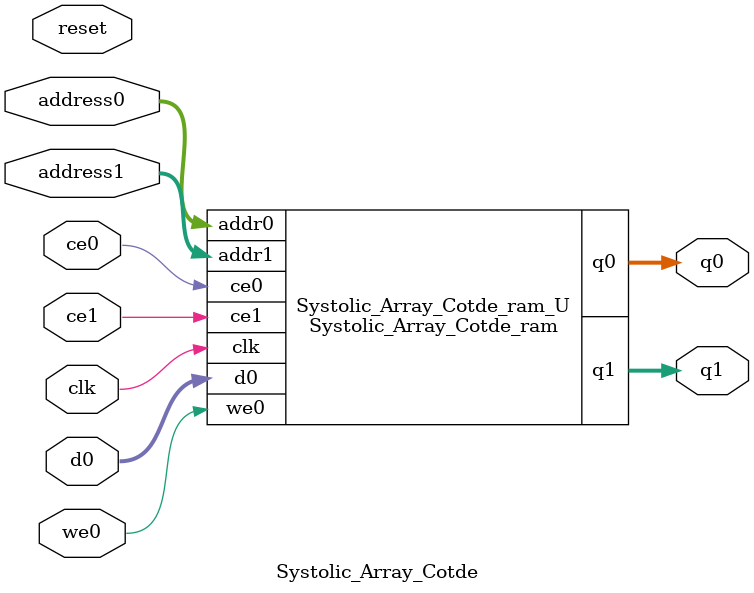
<source format=v>
`timescale 1 ns / 1 ps
module Systolic_Array_Cotde_ram (addr0, ce0, d0, we0, q0, addr1, ce1, q1,  clk);

parameter DWIDTH = 32;
parameter AWIDTH = 9;
parameter MEM_SIZE = 500;

input[AWIDTH-1:0] addr0;
input ce0;
input[DWIDTH-1:0] d0;
input we0;
output reg[DWIDTH-1:0] q0;
input[AWIDTH-1:0] addr1;
input ce1;
output reg[DWIDTH-1:0] q1;
input clk;

(* ram_style = "block" *)reg [DWIDTH-1:0] ram[0:MEM_SIZE-1];




always @(posedge clk)  
begin 
    if (ce0) begin
        if (we0) 
            ram[addr0] <= d0; 
        q0 <= ram[addr0];
    end
end


always @(posedge clk)  
begin 
    if (ce1) begin
        q1 <= ram[addr1];
    end
end


endmodule

`timescale 1 ns / 1 ps
module Systolic_Array_Cotde(
    reset,
    clk,
    address0,
    ce0,
    we0,
    d0,
    q0,
    address1,
    ce1,
    q1);

parameter DataWidth = 32'd32;
parameter AddressRange = 32'd500;
parameter AddressWidth = 32'd9;
input reset;
input clk;
input[AddressWidth - 1:0] address0;
input ce0;
input we0;
input[DataWidth - 1:0] d0;
output[DataWidth - 1:0] q0;
input[AddressWidth - 1:0] address1;
input ce1;
output[DataWidth - 1:0] q1;



Systolic_Array_Cotde_ram Systolic_Array_Cotde_ram_U(
    .clk( clk ),
    .addr0( address0 ),
    .ce0( ce0 ),
    .we0( we0 ),
    .d0( d0 ),
    .q0( q0 ),
    .addr1( address1 ),
    .ce1( ce1 ),
    .q1( q1 ));

endmodule


</source>
